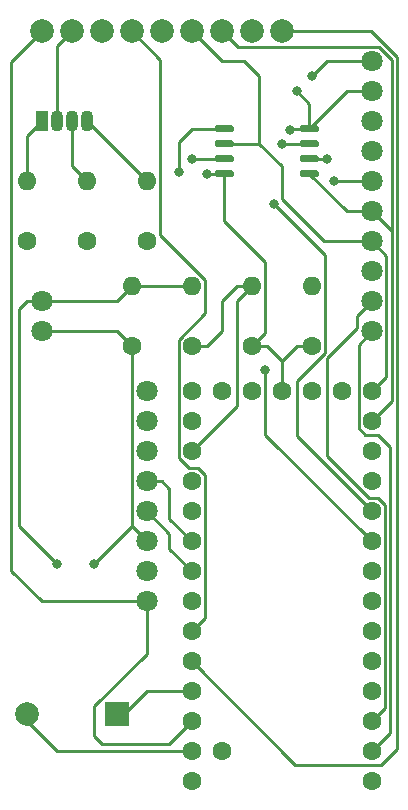
<source format=gbr>
%TF.GenerationSoftware,KiCad,Pcbnew,5.1.9*%
%TF.CreationDate,2021-04-29T21:46:09+02:00*%
%TF.ProjectId,project,70726f6a-6563-4742-9e6b-696361645f70,rev?*%
%TF.SameCoordinates,Original*%
%TF.FileFunction,Copper,L1,Top*%
%TF.FilePolarity,Positive*%
%FSLAX46Y46*%
G04 Gerber Fmt 4.6, Leading zero omitted, Abs format (unit mm)*
G04 Created by KiCad (PCBNEW 5.1.9) date 2021-04-29 21:46:09*
%MOMM*%
%LPD*%
G01*
G04 APERTURE LIST*
%TA.AperFunction,ComponentPad*%
%ADD10C,1.600000*%
%TD*%
%TA.AperFunction,ComponentPad*%
%ADD11O,1.070000X1.800000*%
%TD*%
%TA.AperFunction,ComponentPad*%
%ADD12R,1.070000X1.800000*%
%TD*%
%TA.AperFunction,ComponentPad*%
%ADD13C,1.800000*%
%TD*%
%TA.AperFunction,ComponentPad*%
%ADD14C,2.000000*%
%TD*%
%TA.AperFunction,ComponentPad*%
%ADD15O,1.600000X1.600000*%
%TD*%
%TA.AperFunction,ComponentPad*%
%ADD16R,2.000000X2.000000*%
%TD*%
%TA.AperFunction,ViaPad*%
%ADD17C,0.800000*%
%TD*%
%TA.AperFunction,Conductor*%
%ADD18C,0.250000*%
%TD*%
G04 APERTURE END LIST*
D10*
%TO.P,U1,17*%
%TO.N,GND*%
X257810000Y-71120000D03*
%TO.P,U1,18*%
%TO.N,Net-(U1-Pad18)*%
X255270000Y-71120000D03*
%TO.P,U1,19*%
%TO.N,Net-(U1-Pad19)*%
X252730000Y-71120000D03*
%TO.P,U1,20*%
%TO.N,/SCK*%
X250190000Y-71120000D03*
%TO.P,U1,16*%
%TO.N,Net-(U1-Pad16)*%
X260350000Y-71120000D03*
%TO.P,U1,15*%
%TO.N,Net-(U1-Pad15)*%
X262890000Y-71120000D03*
%TO.P,U1,14*%
%TO.N,/MISO*%
X265430000Y-71120000D03*
%TO.P,U1,21*%
%TO.N,Net-(U1-Pad21)*%
X250190000Y-73660000D03*
%TO.P,U1,22*%
%TO.N,/bat_read*%
X250190000Y-76200000D03*
%TO.P,U1,23*%
%TO.N,Net-(U1-Pad23)*%
X250190000Y-78740000D03*
%TO.P,U1,24*%
%TO.N,Net-(U1-Pad24)*%
X250190000Y-81280000D03*
%TO.P,U1,25*%
%TO.N,/SDA*%
X250190000Y-83820000D03*
%TO.P,U1,26*%
%TO.N,/SCL*%
X250190000Y-86360000D03*
%TO.P,U1,27*%
%TO.N,/RF-CS*%
X250190000Y-88900000D03*
%TO.P,U1,28*%
%TO.N,/RF-G0*%
X250190000Y-91440000D03*
%TO.P,U1,29*%
%TO.N,/RF-RST*%
X250190000Y-93980000D03*
%TO.P,U1,30*%
%TO.N,/BUZZ*%
X250190000Y-96520000D03*
%TO.P,U1,31*%
%TO.N,3V3*%
X250190000Y-99060000D03*
%TO.P,U1,32*%
%TO.N,GND*%
X250190000Y-101600000D03*
%TO.P,U1,33*%
%TO.N,VIN*%
X250190000Y-104140000D03*
%TO.P,U1,34*%
%TO.N,Net-(U1-Pad34)*%
X252730000Y-101600000D03*
%TO.P,U1,13*%
%TO.N,/MOSI*%
X265430000Y-73660000D03*
%TO.P,U1,12*%
%TO.N,/FLASH-CS*%
X265430000Y-76200000D03*
%TO.P,U1,11*%
%TO.N,/FLASH-WP*%
X265430000Y-78740000D03*
%TO.P,U1,10*%
%TO.N,/FLASH-HOLD*%
X265430000Y-81280000D03*
%TO.P,U1,9*%
%TO.N,/EXT-CS*%
X265430000Y-83820000D03*
%TO.P,U1,8*%
%TO.N,Net-(U1-Pad8)*%
X265430000Y-86360000D03*
%TO.P,U1,7*%
%TO.N,Net-(U1-Pad7)*%
X265430000Y-88900000D03*
%TO.P,U1,6*%
%TO.N,/LED-B*%
X265430000Y-91440000D03*
%TO.P,U1,5*%
%TO.N,/LED-G*%
X265430000Y-93980000D03*
%TO.P,U1,4*%
%TO.N,/LED-R*%
X265430000Y-96520000D03*
%TO.P,U1,3*%
%TO.N,/TX1*%
X265430000Y-99060000D03*
%TO.P,U1,2*%
%TO.N,/RX1*%
X265430000Y-101600000D03*
%TO.P,U1,1*%
%TO.N,GND*%
X265430000Y-104140000D03*
%TD*%
D11*
%TO.P,D1,3*%
%TO.N,Net-(D1-Pad3)*%
X241300000Y-48260000D03*
%TO.P,D1,2*%
%TO.N,Net-(D1-Pad2)*%
X240030000Y-48260000D03*
%TO.P,D1,4*%
%TO.N,GND*%
X238760000Y-48260000D03*
D12*
%TO.P,D1,1*%
%TO.N,Net-(D1-Pad1)*%
X237490000Y-48260000D03*
%TD*%
%TO.P,U4,8*%
%TO.N,3V3*%
%TA.AperFunction,SMDPad,CuDef*%
G36*
G01*
X259340000Y-49045000D02*
X259340000Y-48745000D01*
G75*
G02*
X259490000Y-48595000I150000J0D01*
G01*
X260790000Y-48595000D01*
G75*
G02*
X260940000Y-48745000I0J-150000D01*
G01*
X260940000Y-49045000D01*
G75*
G02*
X260790000Y-49195000I-150000J0D01*
G01*
X259490000Y-49195000D01*
G75*
G02*
X259340000Y-49045000I0J150000D01*
G01*
G37*
%TD.AperFunction*%
%TO.P,U4,7*%
%TO.N,/FLASH-HOLD*%
%TA.AperFunction,SMDPad,CuDef*%
G36*
G01*
X259340000Y-50315000D02*
X259340000Y-50015000D01*
G75*
G02*
X259490000Y-49865000I150000J0D01*
G01*
X260790000Y-49865000D01*
G75*
G02*
X260940000Y-50015000I0J-150000D01*
G01*
X260940000Y-50315000D01*
G75*
G02*
X260790000Y-50465000I-150000J0D01*
G01*
X259490000Y-50465000D01*
G75*
G02*
X259340000Y-50315000I0J150000D01*
G01*
G37*
%TD.AperFunction*%
%TO.P,U4,6*%
%TO.N,/SCK*%
%TA.AperFunction,SMDPad,CuDef*%
G36*
G01*
X259340000Y-51585000D02*
X259340000Y-51285000D01*
G75*
G02*
X259490000Y-51135000I150000J0D01*
G01*
X260790000Y-51135000D01*
G75*
G02*
X260940000Y-51285000I0J-150000D01*
G01*
X260940000Y-51585000D01*
G75*
G02*
X260790000Y-51735000I-150000J0D01*
G01*
X259490000Y-51735000D01*
G75*
G02*
X259340000Y-51585000I0J150000D01*
G01*
G37*
%TD.AperFunction*%
%TO.P,U4,5*%
%TO.N,/MOSI*%
%TA.AperFunction,SMDPad,CuDef*%
G36*
G01*
X259340000Y-52855000D02*
X259340000Y-52555000D01*
G75*
G02*
X259490000Y-52405000I150000J0D01*
G01*
X260790000Y-52405000D01*
G75*
G02*
X260940000Y-52555000I0J-150000D01*
G01*
X260940000Y-52855000D01*
G75*
G02*
X260790000Y-53005000I-150000J0D01*
G01*
X259490000Y-53005000D01*
G75*
G02*
X259340000Y-52855000I0J150000D01*
G01*
G37*
%TD.AperFunction*%
%TO.P,U4,4*%
%TO.N,GND*%
%TA.AperFunction,SMDPad,CuDef*%
G36*
G01*
X252140000Y-52855000D02*
X252140000Y-52555000D01*
G75*
G02*
X252290000Y-52405000I150000J0D01*
G01*
X253590000Y-52405000D01*
G75*
G02*
X253740000Y-52555000I0J-150000D01*
G01*
X253740000Y-52855000D01*
G75*
G02*
X253590000Y-53005000I-150000J0D01*
G01*
X252290000Y-53005000D01*
G75*
G02*
X252140000Y-52855000I0J150000D01*
G01*
G37*
%TD.AperFunction*%
%TO.P,U4,3*%
%TO.N,/FLASH-WP*%
%TA.AperFunction,SMDPad,CuDef*%
G36*
G01*
X252140000Y-51585000D02*
X252140000Y-51285000D01*
G75*
G02*
X252290000Y-51135000I150000J0D01*
G01*
X253590000Y-51135000D01*
G75*
G02*
X253740000Y-51285000I0J-150000D01*
G01*
X253740000Y-51585000D01*
G75*
G02*
X253590000Y-51735000I-150000J0D01*
G01*
X252290000Y-51735000D01*
G75*
G02*
X252140000Y-51585000I0J150000D01*
G01*
G37*
%TD.AperFunction*%
%TO.P,U4,2*%
%TO.N,/MISO*%
%TA.AperFunction,SMDPad,CuDef*%
G36*
G01*
X252140000Y-50315000D02*
X252140000Y-50015000D01*
G75*
G02*
X252290000Y-49865000I150000J0D01*
G01*
X253590000Y-49865000D01*
G75*
G02*
X253740000Y-50015000I0J-150000D01*
G01*
X253740000Y-50315000D01*
G75*
G02*
X253590000Y-50465000I-150000J0D01*
G01*
X252290000Y-50465000D01*
G75*
G02*
X252140000Y-50315000I0J150000D01*
G01*
G37*
%TD.AperFunction*%
%TO.P,U4,1*%
%TO.N,/FLASH-CS*%
%TA.AperFunction,SMDPad,CuDef*%
G36*
G01*
X252140000Y-49045000D02*
X252140000Y-48745000D01*
G75*
G02*
X252290000Y-48595000I150000J0D01*
G01*
X253590000Y-48595000D01*
G75*
G02*
X253740000Y-48745000I0J-150000D01*
G01*
X253740000Y-49045000D01*
G75*
G02*
X253590000Y-49195000I-150000J0D01*
G01*
X252290000Y-49195000D01*
G75*
G02*
X252140000Y-49045000I0J150000D01*
G01*
G37*
%TD.AperFunction*%
%TD*%
D13*
%TO.P,U3,8*%
%TO.N,Net-(U3-Pad8)*%
X246380000Y-71120000D03*
%TO.P,U3,7*%
%TO.N,Net-(U3-Pad7)*%
X246380000Y-73660000D03*
%TO.P,U3,6*%
%TO.N,Net-(U3-Pad6)*%
X246380000Y-76200000D03*
%TO.P,U3,5*%
%TO.N,/SDA*%
X246380000Y-78740000D03*
%TO.P,U3,4*%
%TO.N,/SCL*%
X246380000Y-81280000D03*
%TO.P,U3,3*%
%TO.N,GND*%
X246380000Y-83820000D03*
%TO.P,U3,2*%
%TO.N,Net-(U3-Pad2)*%
X246380000Y-86360000D03*
%TO.P,U3,1*%
%TO.N,3V3*%
X246380000Y-88900000D03*
%TD*%
D14*
%TO.P,U2,9*%
%TO.N,/RF-RST*%
X257810000Y-40640000D03*
%TO.P,U2,8*%
%TO.N,/RF-CS*%
X255270000Y-40640000D03*
%TO.P,U2,7*%
%TO.N,/MOSI*%
X252730000Y-40640000D03*
%TO.P,U2,6*%
%TO.N,/MISO*%
X250190000Y-40640000D03*
%TO.P,U2,5*%
%TO.N,/SCK*%
X247650000Y-40640000D03*
%TO.P,U2,4*%
%TO.N,/RF-G0*%
X245110000Y-40640000D03*
%TO.P,U2,3*%
%TO.N,Net-(U2-Pad3)*%
X242570000Y-40640000D03*
%TO.P,U2,2*%
%TO.N,GND*%
X240030000Y-40640000D03*
%TO.P,U2,1*%
%TO.N,3V3*%
X237490000Y-40640000D03*
%TD*%
D15*
%TO.P,R5,2*%
%TO.N,Net-(D1-Pad2)*%
X241300000Y-53340000D03*
D10*
%TO.P,R5,1*%
%TO.N,/LED-G*%
X241300000Y-58420000D03*
%TD*%
D15*
%TO.P,R4,2*%
%TO.N,Net-(D1-Pad3)*%
X246380000Y-53340000D03*
D10*
%TO.P,R4,1*%
%TO.N,/LED-B*%
X246380000Y-58420000D03*
%TD*%
D15*
%TO.P,R3,2*%
%TO.N,Net-(D1-Pad1)*%
X236220000Y-53340000D03*
D10*
%TO.P,R3,1*%
%TO.N,/LED-R*%
X236220000Y-58420000D03*
%TD*%
D15*
%TO.P,R2,2*%
%TO.N,/bat_read*%
X255270000Y-62230000D03*
D10*
%TO.P,R2,1*%
%TO.N,GND*%
X255270000Y-67310000D03*
%TD*%
D15*
%TO.P,R1,2*%
%TO.N,VIN*%
X250190000Y-62230000D03*
D10*
%TO.P,R1,1*%
%TO.N,/bat_read*%
X250190000Y-67310000D03*
%TD*%
D13*
%TO.P,J1,10*%
%TO.N,/RX1*%
X265430000Y-66040000D03*
%TO.P,J1,9*%
%TO.N,/TX1*%
X265430000Y-63500000D03*
%TO.P,J1,8*%
%TO.N,/SCK*%
X265430000Y-60960000D03*
%TO.P,J1,7*%
%TO.N,/MISO*%
X265430000Y-58420000D03*
%TO.P,J1,6*%
%TO.N,/MOSI*%
X265430000Y-55880000D03*
%TO.P,J1,5*%
%TO.N,/EXT-CS*%
X265430000Y-53340000D03*
%TO.P,J1,4*%
%TO.N,/SDA*%
X265430000Y-50800000D03*
%TO.P,J1,3*%
%TO.N,/SCL*%
X265430000Y-48260000D03*
%TO.P,J1,2*%
%TO.N,3V3*%
X265430000Y-45720000D03*
%TO.P,J1,1*%
%TO.N,GND*%
X265430000Y-43180000D03*
%TD*%
D15*
%TO.P,C2,2*%
%TO.N,3V3*%
X260350000Y-62230000D03*
D10*
%TO.P,C2,1*%
%TO.N,GND*%
X260350000Y-67310000D03*
%TD*%
D15*
%TO.P,C1,2*%
%TO.N,VIN*%
X245110000Y-62230000D03*
D10*
%TO.P,C1,1*%
%TO.N,GND*%
X245110000Y-67310000D03*
%TD*%
D16*
%TO.P,BZ1,1*%
%TO.N,/BUZZ*%
X243840000Y-98425000D03*
D14*
%TO.P,BZ1,2*%
%TO.N,GND*%
X236220000Y-98425000D03*
%TD*%
D13*
%TO.P,BAT1,2*%
%TO.N,VIN*%
X237490000Y-63500000D03*
%TO.P,BAT1,1*%
%TO.N,GND*%
X237490000Y-66040000D03*
%TD*%
D17*
%TO.N,VIN*%
X238760000Y-85725000D03*
%TO.N,GND*%
X241935000Y-85725000D03*
X260350000Y-44450000D03*
X251460000Y-52705000D03*
%TO.N,3V3*%
X259080000Y-45720000D03*
X258535001Y-48985001D03*
%TO.N,/SCK*%
X261620000Y-51435000D03*
%TO.N,/EXT-CS*%
X256395001Y-69359999D03*
X262255000Y-53340000D03*
%TO.N,/FLASH-CS*%
X249064999Y-52560001D03*
%TO.N,/FLASH-WP*%
X250190000Y-51435000D03*
%TO.N,/FLASH-HOLD*%
X257175000Y-55245000D03*
X257810000Y-50165000D03*
%TD*%
D18*
%TO.N,VIN*%
X243840000Y-63500000D02*
X245110000Y-62230000D01*
X237490000Y-63500000D02*
X243840000Y-63500000D01*
X250190000Y-62230000D02*
X245110000Y-62230000D01*
X235585000Y-82550000D02*
X238760000Y-85725000D01*
X235585000Y-64135000D02*
X235585000Y-82550000D01*
X236220000Y-63500000D02*
X235585000Y-64135000D01*
X237490000Y-63500000D02*
X236220000Y-63500000D01*
%TO.N,GND*%
X255270000Y-67310000D02*
X256540000Y-67310000D01*
X257810000Y-68580000D02*
X257810000Y-71120000D01*
X260350000Y-67310000D02*
X259080000Y-67310000D01*
X257810000Y-68580000D02*
X259080000Y-67310000D01*
X243840000Y-66040000D02*
X245110000Y-67310000D01*
X237490000Y-66040000D02*
X243840000Y-66040000D01*
X236220000Y-99060000D02*
X238760000Y-101600000D01*
X238760000Y-101600000D02*
X250190000Y-101600000D01*
X238760000Y-41910000D02*
X240030000Y-40640000D01*
X238760000Y-48260000D02*
X238760000Y-41910000D01*
X245110000Y-82550000D02*
X246380000Y-83820000D01*
X245110000Y-67310000D02*
X245110000Y-82550000D01*
X245110000Y-82550000D02*
X242570000Y-85090000D01*
X242570000Y-85090000D02*
X241935000Y-85725000D01*
X241935000Y-85725000D02*
X241935000Y-85725000D01*
X261620000Y-43180000D02*
X260350000Y-44450000D01*
X265430000Y-43180000D02*
X261620000Y-43180000D01*
X256540000Y-67310000D02*
X257810000Y-68580000D01*
X256395001Y-66184999D02*
X255270000Y-67310000D01*
X256395001Y-60180001D02*
X256395001Y-66184999D01*
X252940000Y-56725000D02*
X256395001Y-60180001D01*
X252940000Y-52705000D02*
X252940000Y-56725000D01*
X252940000Y-52705000D02*
X251460000Y-52705000D01*
X251460000Y-52705000D02*
X251460000Y-52705000D01*
%TO.N,/BUZZ*%
X246380000Y-96520000D02*
X243840000Y-99060000D01*
X250190000Y-96520000D02*
X246380000Y-96520000D01*
%TO.N,3V3*%
X263315000Y-45720000D02*
X260140000Y-48895000D01*
X265430000Y-45720000D02*
X263315000Y-45720000D01*
X234894999Y-43235001D02*
X234894999Y-86304999D01*
X237490000Y-40640000D02*
X234894999Y-43235001D01*
X237490000Y-88900000D02*
X246380000Y-88900000D01*
X234894999Y-86304999D02*
X237490000Y-88900000D01*
X248285000Y-100965000D02*
X250190000Y-99060000D01*
X242570000Y-100965000D02*
X248285000Y-100965000D01*
X241935000Y-97790000D02*
X241935000Y-100330000D01*
X241935000Y-100330000D02*
X242570000Y-100965000D01*
X246380000Y-93345000D02*
X241935000Y-97790000D01*
X246380000Y-88900000D02*
X246380000Y-93345000D01*
X260140000Y-48895000D02*
X260140000Y-46780000D01*
X260140000Y-46780000D02*
X259080000Y-45720000D01*
X259080000Y-45720000D02*
X259080000Y-45720000D01*
X258625002Y-48895000D02*
X258535001Y-48985001D01*
X260140000Y-48895000D02*
X258625002Y-48895000D01*
%TO.N,Net-(D1-Pad2)*%
X240030000Y-52070000D02*
X240030000Y-48260000D01*
X241300000Y-53340000D02*
X240030000Y-52070000D01*
%TO.N,Net-(D1-Pad1)*%
X236220000Y-49530000D02*
X237490000Y-48260000D01*
X236220000Y-53340000D02*
X236220000Y-49530000D01*
%TO.N,/RX1*%
X264304999Y-67165001D02*
X265430000Y-66040000D01*
X264304999Y-74200001D02*
X264304999Y-67165001D01*
X264889999Y-74785001D02*
X264304999Y-74200001D01*
X265970001Y-74785001D02*
X264889999Y-74785001D01*
X267005011Y-75820011D02*
X265970001Y-74785001D01*
X267005011Y-100024989D02*
X267005011Y-75820011D01*
X265430000Y-101600000D02*
X267005011Y-100024989D01*
%TO.N,/TX1*%
X265179997Y-80154999D02*
X261620000Y-76595002D01*
X265970001Y-80154999D02*
X265179997Y-80154999D01*
X266555001Y-80739999D02*
X265970001Y-80154999D01*
X266555001Y-97934999D02*
X266555001Y-80739999D01*
X265430000Y-99060000D02*
X266555001Y-97934999D01*
X264204999Y-64725001D02*
X265430000Y-63500000D01*
X264204999Y-65756413D02*
X264204999Y-64725001D01*
X261620000Y-68341412D02*
X264204999Y-65756413D01*
X261620000Y-76595002D02*
X261620000Y-68341412D01*
%TO.N,/SCK*%
X260140000Y-51435000D02*
X261620000Y-51435000D01*
X261620000Y-51435000D02*
X261620000Y-51435000D01*
%TO.N,/MOSI*%
X267105010Y-57555010D02*
X265430000Y-55880000D01*
X267105010Y-71984990D02*
X267105010Y-57555010D01*
X265430000Y-73660000D02*
X267105010Y-71984990D01*
X267105010Y-43042008D02*
X267105010Y-57555010D01*
X264841999Y-41954999D02*
X266018001Y-41954999D01*
X264831997Y-41965001D02*
X264841999Y-41954999D01*
X254055001Y-41965001D02*
X264831997Y-41965001D01*
X266018001Y-41954999D02*
X267105010Y-43042008D01*
X252730000Y-40640000D02*
X254055001Y-41965001D01*
X263315000Y-55880000D02*
X260140000Y-52705000D01*
X265430000Y-55880000D02*
X263315000Y-55880000D01*
%TO.N,/MISO*%
X266655001Y-59645001D02*
X265430000Y-58420000D01*
X266655001Y-69894999D02*
X266655001Y-59645001D01*
X265430000Y-71120000D02*
X266655001Y-69894999D01*
X261396768Y-58420000D02*
X257810000Y-54833232D01*
X265430000Y-58420000D02*
X261396768Y-58420000D01*
X257810000Y-54833232D02*
X257810000Y-52070000D01*
X255905000Y-50165000D02*
X252940000Y-50165000D01*
X257810000Y-52070000D02*
X255905000Y-50165000D01*
X250190000Y-40640000D02*
X252730000Y-43180000D01*
X252730000Y-43180000D02*
X254635000Y-43180000D01*
X255905000Y-44450000D02*
X255905000Y-50165000D01*
X254635000Y-43180000D02*
X255905000Y-44450000D01*
%TO.N,/EXT-CS*%
X256395001Y-74785001D02*
X256395001Y-70579999D01*
X265430000Y-83820000D02*
X256395001Y-74785001D01*
X256395001Y-70579999D02*
X256395001Y-69359999D01*
X256395001Y-69359999D02*
X256395001Y-69359999D01*
X265430000Y-53340000D02*
X262255000Y-53340000D01*
%TO.N,/SCL*%
X248285000Y-83185000D02*
X246380000Y-81280000D01*
X248285000Y-84455000D02*
X248285000Y-83185000D01*
X250190000Y-86360000D02*
X248285000Y-84455000D01*
%TO.N,/SDA*%
X246380000Y-78740000D02*
X247650000Y-78740000D01*
X247650000Y-78740000D02*
X248285000Y-79375000D01*
X248285000Y-81915000D02*
X250190000Y-83820000D01*
X248285000Y-79375000D02*
X248285000Y-81915000D01*
%TO.N,/bat_read*%
X250190000Y-67310000D02*
X251460000Y-67310000D01*
X251460000Y-67310000D02*
X252730000Y-66040000D01*
X252730000Y-66040000D02*
X252730000Y-63500000D01*
X252730000Y-63500000D02*
X254000000Y-62230000D01*
X254000000Y-62230000D02*
X255270000Y-62230000D01*
X254000000Y-72390000D02*
X250045001Y-76344999D01*
X254000000Y-63500000D02*
X254000000Y-72390000D01*
X255125001Y-62374999D02*
X254000000Y-63500000D01*
%TO.N,Net-(D1-Pad3)*%
X246380000Y-53340000D02*
X241300000Y-48260000D01*
%TO.N,/RF-G0*%
X251315001Y-90314999D02*
X250190000Y-91440000D01*
X250730001Y-77614999D02*
X251315001Y-78199999D01*
X249939997Y-77614999D02*
X250730001Y-77614999D01*
X249064999Y-76740001D02*
X249939997Y-77614999D01*
X249064999Y-66769999D02*
X249064999Y-76740001D01*
X251315001Y-78199999D02*
X251315001Y-90314999D01*
X251315001Y-64519997D02*
X249064999Y-66769999D01*
X251315001Y-61689999D02*
X251315001Y-64519997D01*
X247505001Y-57879999D02*
X251315001Y-61689999D01*
X247505001Y-43035001D02*
X247505001Y-57879999D01*
X245110000Y-40640000D02*
X247505001Y-43035001D01*
%TO.N,/RF-RST*%
X258935001Y-102725001D02*
X250190000Y-93980000D01*
X266209999Y-102725001D02*
X258935001Y-102725001D01*
X267555019Y-101379981D02*
X266209999Y-102725001D01*
X267555019Y-42855607D02*
X267555019Y-101379981D01*
X265339412Y-40640000D02*
X267555019Y-42855607D01*
X257810000Y-40640000D02*
X265339412Y-40640000D01*
%TO.N,/FLASH-CS*%
X249064999Y-52560001D02*
X249064999Y-50020001D01*
X250190000Y-48895000D02*
X252940000Y-48895000D01*
X249064999Y-50020001D02*
X250190000Y-48895000D01*
%TO.N,/FLASH-WP*%
X252940000Y-51435000D02*
X250190000Y-51435000D01*
%TO.N,/FLASH-HOLD*%
X257175000Y-55245000D02*
X257175000Y-55245000D01*
X257810000Y-50165000D02*
X260140000Y-50165000D01*
X261475001Y-59545001D02*
X257175000Y-55245000D01*
X261475001Y-67850001D02*
X261475001Y-59545001D01*
X259080000Y-70245002D02*
X261475001Y-67850001D01*
X259080000Y-74930000D02*
X259080000Y-70245002D01*
X265430000Y-81280000D02*
X259080000Y-74930000D01*
%TD*%
M02*

</source>
